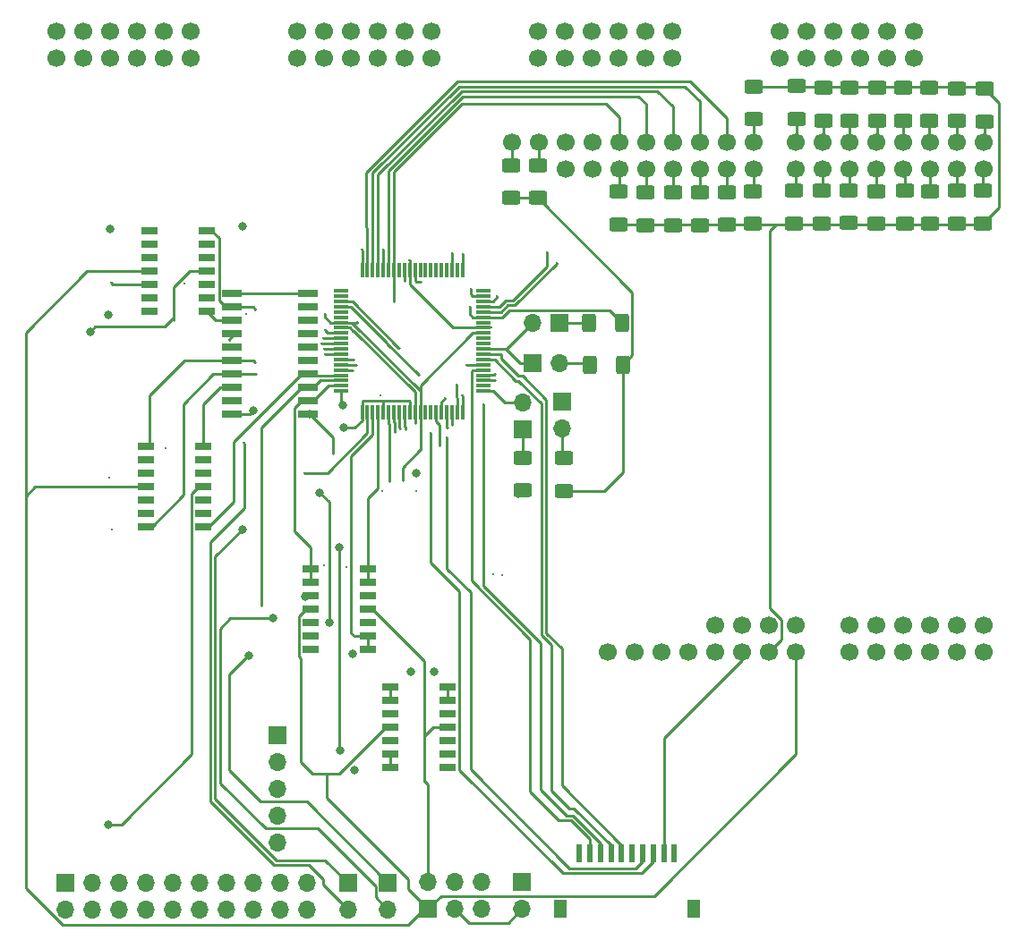
<source format=gbr>
%TF.GenerationSoftware,KiCad,Pcbnew,(6.0.7)*%
%TF.CreationDate,2023-05-12T14:40:02+05:30*%
%TF.ProjectId,DSP_board,4453505f-626f-4617-9264-2e6b69636164,rev?*%
%TF.SameCoordinates,Original*%
%TF.FileFunction,Copper,L1,Top*%
%TF.FilePolarity,Positive*%
%FSLAX46Y46*%
G04 Gerber Fmt 4.6, Leading zero omitted, Abs format (unit mm)*
G04 Created by KiCad (PCBNEW (6.0.7)) date 2023-05-12 14:40:02*
%MOMM*%
%LPD*%
G01*
G04 APERTURE LIST*
G04 Aperture macros list*
%AMRoundRect*
0 Rectangle with rounded corners*
0 $1 Rounding radius*
0 $2 $3 $4 $5 $6 $7 $8 $9 X,Y pos of 4 corners*
0 Add a 4 corners polygon primitive as box body*
4,1,4,$2,$3,$4,$5,$6,$7,$8,$9,$2,$3,0*
0 Add four circle primitives for the rounded corners*
1,1,$1+$1,$2,$3*
1,1,$1+$1,$4,$5*
1,1,$1+$1,$6,$7*
1,1,$1+$1,$8,$9*
0 Add four rect primitives between the rounded corners*
20,1,$1+$1,$2,$3,$4,$5,0*
20,1,$1+$1,$4,$5,$6,$7,0*
20,1,$1+$1,$6,$7,$8,$9,0*
20,1,$1+$1,$8,$9,$2,$3,0*%
G04 Aperture macros list end*
%TA.AperFunction,SMDPad,CuDef*%
%ADD10RoundRect,0.250000X0.625000X-0.400000X0.625000X0.400000X-0.625000X0.400000X-0.625000X-0.400000X0*%
%TD*%
%TA.AperFunction,ComponentPad*%
%ADD11R,1.700000X1.700000*%
%TD*%
%TA.AperFunction,ComponentPad*%
%ADD12O,1.700000X1.700000*%
%TD*%
%TA.AperFunction,SMDPad,CuDef*%
%ADD13R,1.475000X0.300000*%
%TD*%
%TA.AperFunction,SMDPad,CuDef*%
%ADD14R,0.300000X1.475000*%
%TD*%
%TA.AperFunction,SMDPad,CuDef*%
%ADD15RoundRect,0.250000X-0.625000X0.400000X-0.625000X-0.400000X0.625000X-0.400000X0.625000X0.400000X0*%
%TD*%
%TA.AperFunction,SMDPad,CuDef*%
%ADD16R,1.525000X0.650000*%
%TD*%
%TA.AperFunction,ComponentPad*%
%ADD17C,1.700000*%
%TD*%
%TA.AperFunction,SMDPad,CuDef*%
%ADD18R,1.825000X0.700000*%
%TD*%
%TA.AperFunction,SMDPad,CuDef*%
%ADD19RoundRect,0.250000X-0.400000X-0.625000X0.400000X-0.625000X0.400000X0.625000X-0.400000X0.625000X0*%
%TD*%
%TA.AperFunction,SMDPad,CuDef*%
%ADD20R,0.600000X1.700000*%
%TD*%
%TA.AperFunction,SMDPad,CuDef*%
%ADD21R,1.200000X1.800000*%
%TD*%
%TA.AperFunction,ViaPad*%
%ADD22C,0.300000*%
%TD*%
%TA.AperFunction,ViaPad*%
%ADD23C,0.800000*%
%TD*%
%TA.AperFunction,Conductor*%
%ADD24C,0.250000*%
%TD*%
G04 APERTURE END LIST*
D10*
%TO.P,R20,1*%
%TO.N,/controller_sheet/pwm_daba2*%
X174290000Y-68490000D03*
%TO.P,R20,2*%
%TO.N,ctrl_gnd*%
X174290000Y-65390000D03*
%TD*%
D11*
%TO.P,JVSI1,1,Pin_1*%
%TO.N,Igrid3*%
X100120000Y-140610000D03*
D12*
%TO.P,JVSI1,2,Pin_2*%
%TO.N,Vgrid3*%
X100120000Y-143150000D03*
%TO.P,JVSI1,3,Pin_3*%
%TO.N,Igrid2*%
X102660000Y-140610000D03*
%TO.P,JVSI1,4,Pin_4*%
%TO.N,Vgrid2*%
X102660000Y-143150000D03*
%TO.P,JVSI1,5,Pin_5*%
%TO.N,Igrid1*%
X105200000Y-140610000D03*
%TO.P,JVSI1,6,Pin_6*%
%TO.N,Vgrid1*%
X105200000Y-143150000D03*
%TO.P,JVSI1,7,Pin_7*%
%TO.N,OCD_grid1*%
X107740000Y-140610000D03*
%TO.P,JVSI1,8,Pin_8*%
%TO.N,OCD_grd2*%
X107740000Y-143150000D03*
%TO.P,JVSI1,9,Pin_9*%
%TO.N,OCD_grid3*%
X110280000Y-140610000D03*
%TO.P,JVSI1,10,Pin_10*%
%TO.N,ctrl_gnd*%
X110280000Y-143150000D03*
%TO.P,JVSI1,11,Pin_11*%
%TO.N,vsi_ready*%
X112820000Y-140610000D03*
%TO.P,JVSI1,12,Pin_12*%
%TO.N,vsi_fault*%
X112820000Y-143150000D03*
%TO.P,JVSI1,13,Pin_13*%
%TO.N,VSI32*%
X115360000Y-140610000D03*
%TO.P,JVSI1,14,Pin_14*%
%TO.N,VSI31*%
X115360000Y-143150000D03*
%TO.P,JVSI1,15,Pin_15*%
%TO.N,VSI22*%
X117900000Y-140610000D03*
%TO.P,JVSI1,16,Pin_16*%
%TO.N,VSI21*%
X117900000Y-143150000D03*
%TO.P,JVSI1,17,Pin_17*%
%TO.N,VSI12*%
X120440000Y-140610000D03*
%TO.P,JVSI1,18,Pin_18*%
%TO.N,VSI11*%
X120440000Y-143150000D03*
%TO.P,JVSI1,19,Pin_19*%
%TO.N,SCL*%
X122980000Y-140610000D03*
%TO.P,JVSI1,20,Pin_20*%
%TO.N,SDA*%
X122980000Y-143150000D03*
%TD*%
D11*
%TO.P,J1,1,Pin_1*%
%TO.N,Net-(IC5-Pad41)*%
X147130000Y-95130000D03*
D12*
%TO.P,J1,2,Pin_2*%
%TO.N,Net-(J1-Pad2)*%
X147130000Y-97670000D03*
%TD*%
D10*
%TO.P,R12,1*%
%TO.N,/controller_sheet/pwm_dabb1*%
X184450000Y-68550000D03*
%TO.P,R12,2*%
%TO.N,ctrl_gnd*%
X184450000Y-65450000D03*
%TD*%
D11*
%TO.P,J3,1,Pin_1*%
%TO.N,Net-(IC5-Pad49)*%
X144305000Y-91440000D03*
D12*
%TO.P,J3,2,Pin_2*%
%TO.N,Net-(J3-Pad2)*%
X146845000Y-91440000D03*
%TD*%
D13*
%TO.P,IC5,1,GPIO30*%
%TO.N,unconnected-(IC5-Pad1)*%
X126232000Y-84609500D03*
%TO.P,IC5,2,GPIO31*%
%TO.N,unconnected-(IC5-Pad2)*%
X126232000Y-85109500D03*
%TO.P,IC5,3,GPIO29*%
%TO.N,SCITX*%
X126232000Y-85609500D03*
%TO.P,IC5,4,GPIO28*%
%TO.N,SCiRX*%
X126232000Y-86109500D03*
%TO.P,IC5,5,XRSN*%
%TO.N,unconnected-(IC5-Pad5)*%
X126232000Y-86609500D03*
%TO.P,IC5,6,GPIO46*%
%TO.N,unconnected-(IC5-Pad6)*%
X126232000Y-87109500D03*
%TO.P,IC5,7,VDDIO_1*%
%TO.N,VDDIO*%
X126232000Y-87609500D03*
%TO.P,IC5,8,VDD_1*%
%TO.N,VDD*%
X126232000Y-88109500D03*
%TO.P,IC5,9,VSS_1*%
%TO.N,ctrl_gnd*%
X126232000Y-88609500D03*
%TO.P,IC5,10,A6*%
%TO.N,Igrid2_sense*%
X126232000Y-89109500D03*
%TO.P,IC5,11,C6*%
%TO.N,Vgrid2_sense*%
X126232000Y-89609500D03*
%TO.P,IC5,12,A3C5*%
%TO.N,Igrid3_sense*%
X126232000Y-90109500D03*
%TO.P,IC5,13,A2C9*%
%TO.N,Vgrid3_sense*%
X126232000Y-90609500D03*
%TO.P,IC5,14,A15C7*%
%TO.N,Igrid1_sense*%
X126232000Y-91109500D03*
%TO.P,IC5,15,A14C4*%
%TO.N,Vgrid1_sense*%
X126232000Y-91609500D03*
%TO.P,IC5,16,A11C0*%
%TO.N,I_leackage*%
X126232000Y-92109500D03*
%TO.P,IC5,17,A5C2*%
%TO.N,Vdc_link*%
X126232000Y-92609500D03*
%TO.P,IC5,18,A1*%
%TO.N,batt_curr_sense*%
X126232000Y-93109500D03*
%TO.P,IC5,19,A0C15*%
%TO.N,batt_V_sense*%
X126232000Y-93609500D03*
%TO.P,IC5,20,VREFHI*%
%TO.N,Net-(C19-Pad1)*%
X126232000Y-94109500D03*
D14*
%TO.P,IC5,21,VREFLO*%
%TO.N,ctrl_gnd*%
X128220000Y-96097500D03*
%TO.P,IC5,22,A12C1*%
%TO.N,offset_v*%
X128720000Y-96097500D03*
%TO.P,IC5,23,A7C3*%
%TO.N,ADC1*%
X129220000Y-96097500D03*
%TO.P,IC5,24,A8C11*%
%TO.N,ADC2*%
X129720000Y-96097500D03*
%TO.P,IC5,25,VSSA*%
%TO.N,ctrl_gnd*%
X130220000Y-96097500D03*
%TO.P,IC5,26,VDDA*%
%TO.N,VDDA*%
X130720000Y-96097500D03*
%TO.P,IC5,27,A4C14*%
%TO.N,ADC3*%
X131220000Y-96097500D03*
%TO.P,IC5,28,A9C8*%
%TO.N,ADC4*%
X131720000Y-96097500D03*
%TO.P,IC5,29,A10C10*%
%TO.N,ADC5*%
X132220000Y-96097500D03*
%TO.P,IC5,30,VSS_2*%
%TO.N,ctrl_gnd*%
X132720000Y-96097500D03*
%TO.P,IC5,31,VDD_2*%
%TO.N,VDD*%
X133220000Y-96097500D03*
%TO.P,IC5,32,VDDIO_2*%
%TO.N,VDDIO*%
X133720000Y-96097500D03*
%TO.P,IC5,33,FLT2*%
%TO.N,unconnected-(IC5-Pad33)*%
X134220000Y-96097500D03*
%TO.P,IC5,34,FLT1*%
%TO.N,unconnected-(IC5-Pad34)*%
X134720000Y-96097500D03*
%TO.P,IC5,35,GPIO13*%
%TO.N,dc_ready*%
X135220000Y-96097500D03*
%TO.P,IC5,36,GPIO12*%
%TO.N,/controller_sheet/pwm_dabb2*%
X135720000Y-96097500D03*
%TO.P,IC5,37,GPIO11*%
%TO.N,dc_fault*%
X136220000Y-96097500D03*
%TO.P,IC5,38,GPIO33*%
%TO.N,OCD_leakage*%
X136720000Y-96097500D03*
%TO.P,IC5,39,GPIO16*%
%TO.N,batt_fault*%
X137220000Y-96097500D03*
%TO.P,IC5,40,GPIO17*%
%TO.N,batt_ready*%
X137720000Y-96097500D03*
D13*
%TO.P,IC5,41,GPIO24*%
%TO.N,Net-(IC5-Pad41)*%
X139708000Y-94109500D03*
%TO.P,IC5,42,GPIO25*%
%TO.N,unconnected-(IC5-Pad42)*%
X139708000Y-93609500D03*
%TO.P,IC5,43,GPIO26*%
%TO.N,SDA*%
X139708000Y-93109500D03*
%TO.P,IC5,44,GPIO27*%
%TO.N,SCL*%
X139708000Y-92609500D03*
%TO.P,IC5,45,TCK*%
%TO.N,TCK*%
X139708000Y-92109500D03*
%TO.P,IC5,46,GPIO37/TDO*%
%TO.N,TDO*%
X139708000Y-91609500D03*
%TO.P,IC5,47,TMS*%
%TO.N,TMS*%
X139708000Y-91109500D03*
%TO.P,IC5,48,GPIO35/TDI*%
%TO.N,TDI*%
X139708000Y-90609500D03*
%TO.P,IC5,49,GPIO32*%
%TO.N,Net-(IC5-Pad49)*%
X139708000Y-90109500D03*
%TO.P,IC5,50,GPIO18X2*%
%TO.N,unconnected-(IC5-Pad50)*%
X139708000Y-89609500D03*
%TO.P,IC5,51,GPIO19X1*%
%TO.N,unconnected-(IC5-Pad51)*%
X139708000Y-89109500D03*
%TO.P,IC5,52,VDDIO_3*%
%TO.N,VDDIO*%
X139708000Y-88609500D03*
%TO.P,IC5,53,VDD_3*%
%TO.N,VDD*%
X139708000Y-88109500D03*
%TO.P,IC5,54,GPIO43*%
%TO.N,unconnected-(IC5-Pad54)*%
X139708000Y-87609500D03*
%TO.P,IC5,55,VSS_3*%
%TO.N,ctrl_gnd*%
X139708000Y-87109500D03*
%TO.P,IC5,56,GPIO39*%
%TO.N,/controller_sheet/en_vsi*%
X139708000Y-86609500D03*
%TO.P,IC5,57,GPIO42*%
%TO.N,/controller_sheet/en_dab*%
X139708000Y-86109500D03*
%TO.P,IC5,58,GPIO8*%
%TO.N,/controller_sheet/pwm_daba2*%
X139708000Y-85609500D03*
%TO.P,IC5,59,GPIO4*%
%TO.N,/controller_sheet/pwmVSI3*%
X139708000Y-85109500D03*
%TO.P,IC5,60,GPIO3*%
%TO.N,unconnected-(IC5-Pad60)*%
X139708000Y-84609500D03*
D14*
%TO.P,IC5,61,GPIO2*%
%TO.N,/controller_sheet/pwmVSI2*%
X137720000Y-82621500D03*
%TO.P,IC5,62,GPIO1*%
%TO.N,unconnected-(IC5-Pad62)*%
X137220000Y-82621500D03*
%TO.P,IC5,63,GPIO0*%
%TO.N,/controller_sheet/pwmVSI1*%
X136720000Y-82621500D03*
%TO.P,IC5,64,GPIO40*%
%TO.N,unconnected-(IC5-Pad64)*%
X136220000Y-82621500D03*
%TO.P,IC5,65,GPIO23*%
%TO.N,unconnected-(IC5-Pad65)*%
X135720000Y-82621500D03*
%TO.P,IC5,66,GPIO41*%
%TO.N,unconnected-(IC5-Pad66)*%
X135220000Y-82621500D03*
%TO.P,IC5,67,GPIO22*%
%TO.N,unconnected-(IC5-Pad67)*%
X134720000Y-82621500D03*
%TO.P,IC5,68,GPIO7*%
%TO.N,unconnected-(IC5-Pad68)*%
X134220000Y-82621500D03*
%TO.P,IC5,69,GPIO44*%
%TO.N,unconnected-(IC5-Pad69)*%
X133720000Y-82621500D03*
%TO.P,IC5,70,VSS_4*%
%TO.N,ctrl_gnd*%
X133220000Y-82621500D03*
%TO.P,IC5,71,VDD_4*%
%TO.N,VDD*%
X132720000Y-82621500D03*
%TO.P,IC5,72,VDDIO_4*%
%TO.N,VDDIO*%
X132220000Y-82621500D03*
%TO.P,IC5,73,GPIO45*%
%TO.N,unconnected-(IC5-Pad73)*%
X131720000Y-82621500D03*
%TO.P,IC5,74,GPIO5*%
%TO.N,vsi_ready*%
X131220000Y-82621500D03*
%TO.P,IC5,75,GPIO9*%
%TO.N,vsi_fault*%
X130720000Y-82621500D03*
%TO.P,IC5,76,GPIO10*%
%TO.N,/controller_sheet/pwm_dabb1*%
X130220000Y-82621500D03*
%TO.P,IC5,77,GPIO34*%
%TO.N,OCD_grid3*%
X129720000Y-82621500D03*
%TO.P,IC5,78,GPIO15*%
%TO.N,OCD_grd2*%
X129220000Y-82621500D03*
%TO.P,IC5,79,GPIO14*%
%TO.N,OCD_grid1*%
X128720000Y-82621500D03*
%TO.P,IC5,80,GPIO6*%
%TO.N,/controller_sheet/pwm_daba1*%
X128220000Y-82621500D03*
%TD*%
D11*
%TO.P,J9,1,Pin_1*%
%TO.N,Analog_in1*%
X120180000Y-126700000D03*
D12*
%TO.P,J9,2,Pin_2*%
%TO.N,Analog_in2*%
X120180000Y-129240000D03*
%TO.P,J9,3,Pin_3*%
%TO.N,Analog_in3*%
X120180000Y-131780000D03*
%TO.P,J9,4,Pin_4*%
%TO.N,Analog_in4*%
X120180000Y-134320000D03*
%TO.P,J9,5,Pin_5*%
%TO.N,Analog_in5*%
X120180000Y-136860000D03*
%TD*%
D15*
%TO.P,R37,1*%
%TO.N,Net-(J1-Pad2)*%
X147290000Y-100430000D03*
%TO.P,R37,2*%
%TO.N,ctrl_3v3*%
X147290000Y-103530000D03*
%TD*%
D16*
%TO.P,IC_dc_link_leakage1,1,1OUT*%
%TO.N,Igrid1_sense*%
X107798000Y-99350000D03*
%TO.P,IC_dc_link_leakage1,2,1IN-*%
%TO.N,Net-(C14-Pad2)*%
X107798000Y-100620000D03*
%TO.P,IC_dc_link_leakage1,3,1IN+*%
%TO.N,Net-(C6-Pad1)*%
X107798000Y-101890000D03*
%TO.P,IC_dc_link_leakage1,4,VCC*%
%TO.N,ctrl_15*%
X107798000Y-103160000D03*
%TO.P,IC_dc_link_leakage1,5,2IN+*%
%TO.N,Net-(C5-Pad1)*%
X107798000Y-104430000D03*
%TO.P,IC_dc_link_leakage1,6,2IN-*%
%TO.N,Net-(C13-Pad2)*%
X107798000Y-105700000D03*
%TO.P,IC_dc_link_leakage1,7,2OUT*%
%TO.N,Vgrid1_sense*%
X107798000Y-106970000D03*
%TO.P,IC_dc_link_leakage1,8,3OUT*%
%TO.N,Vdc_link*%
X113222000Y-106970000D03*
%TO.P,IC_dc_link_leakage1,9,3IN-*%
%TO.N,Net-(C20-Pad1)*%
X113222000Y-105700000D03*
%TO.P,IC_dc_link_leakage1,10,3IN+*%
%TO.N,Net-(C24-Pad1)*%
X113222000Y-104430000D03*
%TO.P,IC_dc_link_leakage1,11,GND*%
%TO.N,ctrl_-15*%
X113222000Y-103160000D03*
%TO.P,IC_dc_link_leakage1,12,4IN+*%
%TO.N,Net-(C25-Pad1)*%
X113222000Y-101890000D03*
%TO.P,IC_dc_link_leakage1,13,4IN-*%
%TO.N,Net-(C22-Pad2)*%
X113222000Y-100620000D03*
%TO.P,IC_dc_link_leakage1,14,4OUT*%
%TO.N,I_leackage*%
X113222000Y-99350000D03*
%TD*%
D11*
%TO.P,J2,1,Pin_1*%
%TO.N,Net-(J2-Pad1)*%
X143380000Y-97705000D03*
D12*
%TO.P,J2,2,Pin_2*%
%TO.N,Net-(IC5-Pad41)*%
X143380000Y-95165000D03*
%TD*%
D17*
%TO.P,B1,1*%
%TO.N,unconnected-(B1-Pad1)*%
X151465000Y-118800000D03*
%TO.P,B1,2,IOREF*%
%TO.N,unconnected-(B1-Pad2)*%
X154005000Y-118800000D03*
%TO.P,B1,3,RST*%
%TO.N,unconnected-(B1-Pad3)*%
X156545000Y-118800000D03*
%TO.P,B1,4,3V3*%
%TO.N,FPGA_3v3*%
X159085000Y-118800000D03*
%TO.P,B1,5,5V0*%
%TO.N,unconnected-(B1-Pad5)*%
X161625000Y-118800000D03*
%TO.P,B1,6,GND*%
%TO.N,ctrl_gnd*%
X164165000Y-118800000D03*
%TO.P,B1,7,GND*%
X166705000Y-118800000D03*
%TO.P,B1,8,VIN*%
%TO.N,ctrl_15*%
X169245000Y-118800000D03*
%TO.P,B1,10,V_P*%
%TO.N,unconnected-(B1-Pad10)*%
X161625000Y-116260000D03*
%TO.P,B1,11,V_N*%
%TO.N,unconnected-(B1-Pad11)*%
X164165000Y-116260000D03*
%TO.P,B1,12,XGND*%
%TO.N,unconnected-(B1-Pad12)*%
X166705000Y-116260000D03*
%TO.P,B1,13,XVREF*%
%TO.N,unconnected-(B1-Pad13)*%
X169245000Y-116260000D03*
%TO.P,B1,14,A0*%
%TO.N,dc_ready*%
X174325000Y-118800000D03*
%TO.P,B1,15,A1*%
%TO.N,dc_fault*%
X176865000Y-118800000D03*
%TO.P,B1,16,A2*%
%TO.N,OCD_leakage*%
X179405000Y-118800000D03*
%TO.P,B1,17,A3*%
%TO.N,unconnected-(B1-Pad17)*%
X181945000Y-118800000D03*
%TO.P,B1,18,A4*%
%TO.N,unconnected-(B1-Pad18)*%
X184485000Y-118800000D03*
%TO.P,B1,19,A5*%
%TO.N,unconnected-(B1-Pad19)*%
X187025000Y-118800000D03*
%TO.P,B1,20,A6*%
%TO.N,unconnected-(B1-Pad20)*%
X174325000Y-116260000D03*
%TO.P,B1,21,A7*%
%TO.N,unconnected-(B1-Pad21)*%
X176865000Y-116260000D03*
%TO.P,B1,22,A8*%
%TO.N,unconnected-(B1-Pad22)*%
X179405000Y-116260000D03*
%TO.P,B1,23,A9*%
%TO.N,unconnected-(B1-Pad23)*%
X181945000Y-116260000D03*
%TO.P,B1,24,A10*%
%TO.N,unconnected-(B1-Pad24)*%
X184485000Y-116260000D03*
%TO.P,B1,25,A11*%
%TO.N,unconnected-(B1-Pad25)*%
X187025000Y-116260000D03*
%TO.P,B1,26,IO41*%
%TO.N,batt_ready*%
X147435000Y-73060000D03*
%TO.P,B1,27,IO40*%
%TO.N,batt_fault*%
X149975000Y-73060000D03*
%TO.P,B1,28,IO39*%
%TO.N,DAB2_PWM22*%
X152515000Y-73060000D03*
%TO.P,B1,29,IO38*%
%TO.N,DAB2_PWM21*%
X155055000Y-73060000D03*
%TO.P,B1,30,IO37*%
%TO.N,DAB2_PWM12*%
X157595000Y-73060000D03*
%TO.P,B1,31,IO36*%
%TO.N,DAB2_PWM11*%
X160135000Y-73060000D03*
%TO.P,B1,32,IO35*%
%TO.N,DAB1PWM22*%
X162675000Y-73060000D03*
%TO.P,B1,33,IO34*%
%TO.N,DAB1PWM21*%
X165215000Y-73060000D03*
%TO.P,B1,34,IO33*%
%TO.N,DAB1PWM12*%
X169245000Y-73060000D03*
%TO.P,B1,35,IO32*%
%TO.N,DAB1PWM11*%
X171785000Y-73060000D03*
%TO.P,B1,36,IO31*%
%TO.N,VSI32*%
X174325000Y-73060000D03*
%TO.P,B1,37,IO30*%
%TO.N,VSI31*%
X176865000Y-73060000D03*
%TO.P,B1,38,IO29*%
%TO.N,VSI22*%
X179405000Y-73060000D03*
%TO.P,B1,39,IO28*%
%TO.N,VSI21*%
X181945000Y-73060000D03*
%TO.P,B1,40,IO27*%
%TO.N,VSI12*%
X184485000Y-73060000D03*
%TO.P,B1,41,IO28*%
%TO.N,VSI11*%
X187025000Y-73080000D03*
%TO.P,B1,42,SCL*%
%TO.N,SCL*%
X142355000Y-70520000D03*
%TO.P,B1,43,SDA*%
%TO.N,SDA*%
X144895000Y-70520000D03*
%TO.P,B1,44,A*%
%TO.N,unconnected-(B1-Pad44)*%
X147435000Y-70520000D03*
%TO.P,B1,45,G*%
%TO.N,unconnected-(B1-Pad45)*%
X149975000Y-70520000D03*
%TO.P,B1,46,IO13*%
%TO.N,vsi_ready*%
X152515000Y-70520000D03*
%TO.P,B1,47,IO12*%
%TO.N,vsi_fault*%
X155055000Y-70520000D03*
%TO.P,B1,48,IO11*%
%TO.N,OCD_grid3*%
X157595000Y-70520000D03*
%TO.P,B1,49,IO10*%
%TO.N,OCD_grd2*%
X160135000Y-70520000D03*
%TO.P,B1,50,IO9*%
%TO.N,OCD_grid1*%
X162675000Y-70520000D03*
%TO.P,B1,51,IO8*%
%TO.N,/controller_sheet/en_dab*%
X165215000Y-70520000D03*
%TO.P,B1,52,IO7*%
%TO.N,/controller_sheet/en_vsi*%
X169245000Y-70520000D03*
%TO.P,B1,53,IO6*%
%TO.N,/controller_sheet/pwm_dabb2*%
X171785000Y-70520000D03*
%TO.P,B1,54,IO5*%
%TO.N,/controller_sheet/pwm_daba2*%
X174325000Y-70520000D03*
%TO.P,B1,55,IO4*%
%TO.N,/controller_sheet/pwmVSI3*%
X176865000Y-70520000D03*
%TO.P,B1,56,IO3*%
%TO.N,/controller_sheet/pwmVSI2*%
X179405000Y-70520000D03*
%TO.P,B1,57,IO2*%
%TO.N,/controller_sheet/pwmVSI1*%
X181945000Y-70520000D03*
%TO.P,B1,58,IO1*%
%TO.N,/controller_sheet/pwm_dabb1*%
X184485000Y-70520000D03*
%TO.P,B1,59,IO0*%
%TO.N,/controller_sheet/pwm_daba1*%
X187025000Y-70540000D03*
%TO.P,B1,60,JA1*%
%TO.N,unconnected-(B1-Pad60)*%
X99275000Y-62580000D03*
%TO.P,B1,61,JA2*%
%TO.N,unconnected-(B1-Pad61)*%
X101815000Y-62580000D03*
%TO.P,B1,62,JA3*%
%TO.N,unconnected-(B1-Pad62)*%
X104355000Y-62580000D03*
%TO.P,B1,63,JA4*%
%TO.N,unconnected-(B1-Pad63)*%
X106895000Y-62580000D03*
%TO.P,B1,64,JA5*%
%TO.N,unconnected-(B1-Pad64)*%
X109435000Y-62580000D03*
%TO.P,B1,65,JA6*%
%TO.N,unconnected-(B1-Pad65)*%
X111975000Y-62580000D03*
%TO.P,B1,66,JA7*%
%TO.N,unconnected-(B1-Pad66)*%
X99275000Y-60040000D03*
%TO.P,B1,67,JA8*%
%TO.N,unconnected-(B1-Pad67)*%
X101815000Y-60040000D03*
%TO.P,B1,68,JA9*%
%TO.N,unconnected-(B1-Pad68)*%
X104355000Y-60040000D03*
%TO.P,B1,69,JA10*%
%TO.N,unconnected-(B1-Pad69)*%
X106895000Y-60040000D03*
%TO.P,B1,70,JA11*%
%TO.N,unconnected-(B1-Pad70)*%
X109435000Y-60040000D03*
%TO.P,B1,71,JA12*%
%TO.N,unconnected-(B1-Pad71)*%
X111975000Y-60040000D03*
%TO.P,B1,72,JB1*%
%TO.N,unconnected-(B1-Pad72)*%
X122075000Y-62580000D03*
%TO.P,B1,73,JB2*%
%TO.N,unconnected-(B1-Pad73)*%
X124615000Y-62580000D03*
%TO.P,B1,74,JB3*%
%TO.N,unconnected-(B1-Pad74)*%
X127155000Y-62580000D03*
%TO.P,B1,75,JB4*%
%TO.N,unconnected-(B1-Pad75)*%
X129695000Y-62580000D03*
%TO.P,B1,76,JB5*%
%TO.N,unconnected-(B1-Pad76)*%
X132235000Y-62580000D03*
%TO.P,B1,77,JB6*%
%TO.N,unconnected-(B1-Pad77)*%
X134775000Y-62580000D03*
%TO.P,B1,78,JB7*%
%TO.N,unconnected-(B1-Pad78)*%
X122075000Y-60040000D03*
%TO.P,B1,79,JB8*%
%TO.N,unconnected-(B1-Pad79)*%
X124615000Y-60040000D03*
%TO.P,B1,80,JB9*%
%TO.N,unconnected-(B1-Pad80)*%
X127155000Y-60040000D03*
%TO.P,B1,81,JB10*%
%TO.N,unconnected-(B1-Pad81)*%
X129695000Y-60040000D03*
%TO.P,B1,82,JB11*%
%TO.N,unconnected-(B1-Pad82)*%
X132235000Y-60040000D03*
%TO.P,B1,83,JB12*%
%TO.N,unconnected-(B1-Pad83)*%
X134775000Y-60040000D03*
%TO.P,B1,84,JC1*%
%TO.N,unconnected-(B1-Pad84)*%
X144875000Y-62580000D03*
%TO.P,B1,85,JC2*%
%TO.N,unconnected-(B1-Pad85)*%
X147415000Y-62580000D03*
%TO.P,B1,86,JC3*%
%TO.N,unconnected-(B1-Pad86)*%
X149955000Y-62580000D03*
%TO.P,B1,87,JC4*%
%TO.N,unconnected-(B1-Pad87)*%
X152495000Y-62580000D03*
%TO.P,B1,88,JC5*%
%TO.N,unconnected-(B1-Pad88)*%
X155035000Y-62580000D03*
%TO.P,B1,89,JC6*%
%TO.N,unconnected-(B1-Pad89)*%
X157575000Y-62580000D03*
%TO.P,B1,90,JC7*%
%TO.N,unconnected-(B1-Pad90)*%
X144875000Y-60040000D03*
%TO.P,B1,91,JC8*%
%TO.N,unconnected-(B1-Pad91)*%
X147415000Y-60040000D03*
%TO.P,B1,92,JC10*%
%TO.N,unconnected-(B1-Pad92)*%
X149955000Y-60040000D03*
%TO.P,B1,93,JC10*%
%TO.N,unconnected-(B1-Pad93)*%
X152495000Y-60040000D03*
%TO.P,B1,94,JC11*%
%TO.N,unconnected-(B1-Pad94)*%
X155035000Y-60040000D03*
%TO.P,B1,95,JC12*%
%TO.N,unconnected-(B1-Pad95)*%
X157575000Y-60040000D03*
%TO.P,B1,96,JD1*%
%TO.N,unconnected-(B1-Pad96)*%
X167675000Y-62580000D03*
%TO.P,B1,97,JD2*%
%TO.N,unconnected-(B1-Pad97)*%
X170215000Y-62580000D03*
%TO.P,B1,98,JD3*%
%TO.N,unconnected-(B1-Pad98)*%
X172755000Y-62580000D03*
%TO.P,B1,99,JD4*%
%TO.N,unconnected-(B1-Pad99)*%
X175295000Y-62580000D03*
%TO.P,B1,100,JD5*%
%TO.N,unconnected-(B1-Pad100)*%
X177835000Y-62580000D03*
%TO.P,B1,101,JD6*%
%TO.N,unconnected-(B1-Pad101)*%
X180375000Y-62580000D03*
%TO.P,B1,102,JD7*%
%TO.N,unconnected-(B1-Pad102)*%
X167675000Y-60040000D03*
%TO.P,B1,103,JD8*%
%TO.N,unconnected-(B1-Pad103)*%
X170215000Y-60040000D03*
%TO.P,B1,104,JD9*%
%TO.N,unconnected-(B1-Pad104)*%
X172755000Y-60040000D03*
%TO.P,B1,105,JD10*%
%TO.N,unconnected-(B1-Pad105)*%
X175295000Y-60040000D03*
%TO.P,B1,106,JD11*%
%TO.N,unconnected-(B1-Pad106)*%
X177835000Y-60040000D03*
%TO.P,B1,107,JD12*%
%TO.N,unconnected-(B1-Pad107)*%
X180375000Y-60040000D03*
%TD*%
D16*
%TO.P,IC_batt_2,1,1OUT*%
%TO.N,ADC3*%
X130908000Y-122090000D03*
%TO.P,IC_batt_2,2,1IN-*%
X130908000Y-123360000D03*
%TO.P,IC_batt_2,3,1IN+*%
%TO.N,Net-(C8-Pad1)*%
X130908000Y-124630000D03*
%TO.P,IC_batt_2,4,VCC*%
%TO.N,ctrl_15*%
X130908000Y-125900000D03*
%TO.P,IC_batt_2,5,2IN+*%
%TO.N,Net-(C10-Pad1)*%
X130908000Y-127170000D03*
%TO.P,IC_batt_2,6,2IN-*%
%TO.N,ADC4*%
X130908000Y-128440000D03*
%TO.P,IC_batt_2,7,2OUT*%
X130908000Y-129710000D03*
%TO.P,IC_batt_2,8,3OUT*%
%TO.N,unconnected-(IC_batt_2-Pad8)*%
X136332000Y-129710000D03*
%TO.P,IC_batt_2,9,3IN-*%
%TO.N,unconnected-(IC_batt_2-Pad9)*%
X136332000Y-128440000D03*
%TO.P,IC_batt_2,10,3IN+*%
%TO.N,unconnected-(IC_batt_2-Pad10)*%
X136332000Y-127170000D03*
%TO.P,IC_batt_2,11,GND*%
%TO.N,ctrl_-15*%
X136332000Y-125900000D03*
%TO.P,IC_batt_2,12,4IN+*%
%TO.N,Net-(C23-Pad1)*%
X136332000Y-124630000D03*
%TO.P,IC_batt_2,13,4IN-*%
%TO.N,ADC5*%
X136332000Y-123360000D03*
%TO.P,IC_batt_2,14,4OUT*%
X136332000Y-122090000D03*
%TD*%
D11*
%TO.P,J8,1,Pin_1*%
%TO.N,V_dc_link*%
X126905000Y-140670000D03*
D12*
%TO.P,J8,2,Pin_2*%
%TO.N,curr_leakeage_i*%
X126905000Y-143210000D03*
%TD*%
D15*
%TO.P,R46,1*%
%TO.N,DAB2_PWM12*%
X157600000Y-75300000D03*
%TO.P,R46,2*%
%TO.N,ctrl_gnd*%
X157600000Y-78400000D03*
%TD*%
%TO.P,R30,1*%
%TO.N,VSI11*%
X186940000Y-75150000D03*
%TO.P,R30,2*%
%TO.N,ctrl_gnd*%
X186940000Y-78250000D03*
%TD*%
%TO.P,R48,1*%
%TO.N,DAB2_PWM22*%
X152480000Y-75230000D03*
%TO.P,R48,2*%
%TO.N,ctrl_gnd*%
X152480000Y-78330000D03*
%TD*%
%TO.P,R52,1*%
%TO.N,DAB1PWM22*%
X162680000Y-75260000D03*
%TO.P,R52,2*%
%TO.N,ctrl_gnd*%
X162680000Y-78360000D03*
%TD*%
%TO.P,R45,1*%
%TO.N,DAB2_PWM11*%
X160160000Y-75290000D03*
%TO.P,R45,2*%
%TO.N,ctrl_gnd*%
X160160000Y-78390000D03*
%TD*%
%TO.P,R31,1*%
%TO.N,VSI12*%
X184460000Y-75160000D03*
%TO.P,R31,2*%
%TO.N,ctrl_gnd*%
X184460000Y-78260000D03*
%TD*%
%TO.P,R42,1*%
%TO.N,VSI22*%
X179540000Y-75160000D03*
%TO.P,R42,2*%
%TO.N,ctrl_gnd*%
X179540000Y-78260000D03*
%TD*%
%TO.P,R49,1*%
%TO.N,DAB1PWM11*%
X171670000Y-75120000D03*
%TO.P,R49,2*%
%TO.N,ctrl_gnd*%
X171670000Y-78220000D03*
%TD*%
D10*
%TO.P,R17,1*%
%TO.N,/controller_sheet/pwmVSI2*%
X179430000Y-68510000D03*
%TO.P,R17,2*%
%TO.N,ctrl_gnd*%
X179430000Y-65410000D03*
%TD*%
D11*
%TO.P,J4,1,Pin_1*%
%TO.N,Net-(J4-Pad1)*%
X146855000Y-87690000D03*
D12*
%TO.P,J4,2,Pin_2*%
%TO.N,Net-(IC5-Pad49)*%
X144315000Y-87690000D03*
%TD*%
D15*
%TO.P,R34,1*%
%TO.N,VSI21*%
X181950000Y-75180000D03*
%TO.P,R34,2*%
%TO.N,ctrl_gnd*%
X181950000Y-78280000D03*
%TD*%
D10*
%TO.P,R11,1*%
%TO.N,/controller_sheet/pwm_daba1*%
X187070000Y-68570000D03*
%TO.P,R11,2*%
%TO.N,ctrl_gnd*%
X187070000Y-65470000D03*
%TD*%
D15*
%TO.P,R27,1*%
%TO.N,ctrl_gnd*%
X165240000Y-65270000D03*
%TO.P,R27,2*%
%TO.N,/controller_sheet/en_dab*%
X165240000Y-68370000D03*
%TD*%
D10*
%TO.P,R18,1*%
%TO.N,/controller_sheet/pwmVSI3*%
X176950000Y-68490000D03*
%TO.P,R18,2*%
%TO.N,ctrl_gnd*%
X176950000Y-65390000D03*
%TD*%
%TO.P,R22,1*%
%TO.N,/controller_sheet/pwm_dabb2*%
X171850000Y-68480000D03*
%TO.P,R22,2*%
%TO.N,ctrl_gnd*%
X171850000Y-65380000D03*
%TD*%
D11*
%TO.P,J6,1,Pin_1*%
%TO.N,Net-(J5-Pad1)*%
X143350000Y-140600000D03*
D12*
%TO.P,J6,2,Pin_2*%
%TO.N,ctrl_3v3*%
X143350000Y-143140000D03*
%TD*%
D15*
%TO.P,R10,1*%
%TO.N,SCL*%
X142350000Y-72720000D03*
%TO.P,R10,2*%
%TO.N,ctrl_3v3*%
X142350000Y-75820000D03*
%TD*%
D18*
%TO.P,IC1,1,VCC_1*%
%TO.N,ctrl_3v3*%
X123052000Y-96315000D03*
%TO.P,IC1,2,D01*%
%TO.N,batt_V_sense*%
X123052000Y-95045000D03*
%TO.P,IC1,3,D02*%
%TO.N,batt_curr_sense*%
X123052000Y-93775000D03*
%TO.P,IC1,4,D03*%
%TO.N,Vdc_link*%
X123052000Y-92505000D03*
%TO.P,IC1,5,D04*%
%TO.N,unconnected-(IC1-Pad5)*%
X123052000Y-91235000D03*
%TO.P,IC1,6,D05*%
%TO.N,unconnected-(IC1-Pad6)*%
X123052000Y-89965000D03*
%TO.P,IC1,7,D06*%
%TO.N,unconnected-(IC1-Pad7)*%
X123052000Y-88695000D03*
%TO.P,IC1,8,D07*%
%TO.N,unconnected-(IC1-Pad8)*%
X123052000Y-87425000D03*
%TO.P,IC1,9,D08*%
%TO.N,unconnected-(IC1-Pad9)*%
X123052000Y-86155000D03*
%TO.P,IC1,10,GND_1*%
%TO.N,ctrl_gnd*%
X123052000Y-84885000D03*
%TO.P,IC1,11,GND_2*%
X115928000Y-84885000D03*
%TO.P,IC1,12,D09*%
%TO.N,Igrid2_sense*%
X115928000Y-86155000D03*
%TO.P,IC1,13,D10*%
%TO.N,Vgrid2_sense*%
X115928000Y-87425000D03*
%TO.P,IC1,14,D11*%
%TO.N,Igrid3_sense*%
X115928000Y-88695000D03*
%TO.P,IC1,15,D12*%
%TO.N,Vgrid3_sense*%
X115928000Y-89965000D03*
%TO.P,IC1,16,D13*%
%TO.N,Igrid1_sense*%
X115928000Y-91235000D03*
%TO.P,IC1,17,D14*%
%TO.N,Vgrid1_sense*%
X115928000Y-92505000D03*
%TO.P,IC1,18,D15*%
%TO.N,I_leackage*%
X115928000Y-93775000D03*
%TO.P,IC1,19,D16*%
%TO.N,offset_v*%
X115928000Y-95045000D03*
%TO.P,IC1,20,VCC_2*%
%TO.N,ctrl_3v3*%
X115928000Y-96315000D03*
%TD*%
D11*
%TO.P,J_power1,1,Pin_1*%
%TO.N,ctrl_15*%
X134445000Y-143135000D03*
D12*
%TO.P,J_power1,2,Pin_2*%
%TO.N,ctrl_-15*%
X134445000Y-140595000D03*
%TO.P,J_power1,3,Pin_3*%
%TO.N,ctrl_3v3*%
X136985000Y-143135000D03*
%TO.P,J_power1,4,Pin_4*%
%TO.N,ctrl_gnd*%
X136985000Y-140595000D03*
%TO.P,J_power1,5,Pin_5*%
%TO.N,24_gnd*%
X139525000Y-143135000D03*
%TO.P,J_power1,6,Pin_6*%
%TO.N,V_12*%
X139525000Y-140595000D03*
%TD*%
D19*
%TO.P,R40,1*%
%TO.N,Net-(J4-Pad1)*%
X149690000Y-87640000D03*
%TO.P,R40,2*%
%TO.N,ctrl_gnd*%
X152790000Y-87640000D03*
%TD*%
D15*
%TO.P,R51,1*%
%TO.N,DAB1PWM21*%
X165180000Y-75190000D03*
%TO.P,R51,2*%
%TO.N,ctrl_gnd*%
X165180000Y-78290000D03*
%TD*%
%TO.P,R50,1*%
%TO.N,DAB1PWM12*%
X169080000Y-75110000D03*
%TO.P,R50,2*%
%TO.N,ctrl_gnd*%
X169080000Y-78210000D03*
%TD*%
D10*
%TO.P,R24,1*%
%TO.N,/controller_sheet/en_vsi*%
X169280000Y-68310000D03*
%TO.P,R24,2*%
%TO.N,ctrl_gnd*%
X169280000Y-65210000D03*
%TD*%
D16*
%TO.P,IC_grid23,1,1OUT*%
%TO.N,Igrid3_sense*%
X108106000Y-78950000D03*
%TO.P,IC_grid23,2,1IN-*%
%TO.N,Net-(C12-Pad2)*%
X108106000Y-80220000D03*
%TO.P,IC_grid23,3,1IN+*%
%TO.N,Net-(C1-Pad1)*%
X108106000Y-81490000D03*
%TO.P,IC_grid23,4,VCC*%
%TO.N,ctrl_15*%
X108106000Y-82760000D03*
%TO.P,IC_grid23,5,2IN+*%
%TO.N,Net-(C3-Pad1)*%
X108106000Y-84030000D03*
%TO.P,IC_grid23,6,2IN-*%
%TO.N,Net-(C11-Pad2)*%
X108106000Y-85300000D03*
%TO.P,IC_grid23,7,2OUT*%
%TO.N,Vgrid3_sense*%
X108106000Y-86570000D03*
%TO.P,IC_grid23,8,3OUT*%
%TO.N,Vgrid2_sense*%
X113530000Y-86570000D03*
%TO.P,IC_grid23,9,3IN-*%
%TO.N,Net-(C15-Pad1)*%
X113530000Y-85300000D03*
%TO.P,IC_grid23,10,3IN+*%
%TO.N,Net-(C7-Pad1)*%
X113530000Y-84030000D03*
%TO.P,IC_grid23,11,GND*%
%TO.N,ctrl_-15*%
X113530000Y-82760000D03*
%TO.P,IC_grid23,12,4IN+*%
%TO.N,Net-(C9-Pad1)*%
X113530000Y-81490000D03*
%TO.P,IC_grid23,13,4IN-*%
%TO.N,Net-(C21-Pad2)*%
X113530000Y-80220000D03*
%TO.P,IC_grid23,14,4OUT*%
%TO.N,Igrid2_sense*%
X113530000Y-78950000D03*
%TD*%
D15*
%TO.P,R38,1*%
%TO.N,Net-(J2-Pad1)*%
X143410000Y-100420000D03*
%TO.P,R38,2*%
%TO.N,ctrl_gnd*%
X143410000Y-103520000D03*
%TD*%
%TO.P,R44,1*%
%TO.N,VSI32*%
X174220000Y-75090000D03*
%TO.P,R44,2*%
%TO.N,ctrl_gnd*%
X174220000Y-78190000D03*
%TD*%
D16*
%TO.P,IC_batt_1,1,1OUT*%
%TO.N,batt_V_sense*%
X123338000Y-110970000D03*
%TO.P,IC_batt_1,2,1IN-*%
X123338000Y-112240000D03*
%TO.P,IC_batt_1,3,1IN+*%
%TO.N,Net-(C26-Pad1)*%
X123338000Y-113510000D03*
%TO.P,IC_batt_1,4,VCC*%
%TO.N,ctrl_15*%
X123338000Y-114780000D03*
%TO.P,IC_batt_1,5,2IN+*%
%TO.N,Net-(C2-Pad1)*%
X123338000Y-116050000D03*
%TO.P,IC_batt_1,6,2IN-*%
%TO.N,Net-(C28-Pad2)*%
X123338000Y-117320000D03*
%TO.P,IC_batt_1,7,2OUT*%
%TO.N,batt_curr_sense*%
X123338000Y-118590000D03*
%TO.P,IC_batt_1,8,3OUT*%
%TO.N,ADC1*%
X128762000Y-118590000D03*
%TO.P,IC_batt_1,9,3IN-*%
X128762000Y-117320000D03*
%TO.P,IC_batt_1,10,3IN+*%
%TO.N,Net-(C4-Pad1)*%
X128762000Y-116050000D03*
%TO.P,IC_batt_1,11,GND*%
%TO.N,ctrl_-15*%
X128762000Y-114780000D03*
%TO.P,IC_batt_1,12,4IN+*%
%TO.N,Net-(C30-Pad1)*%
X128762000Y-113510000D03*
%TO.P,IC_batt_1,13,4IN-*%
%TO.N,ADC2*%
X128762000Y-112240000D03*
%TO.P,IC_batt_1,14,4OUT*%
X128762000Y-110970000D03*
%TD*%
D19*
%TO.P,R39,1*%
%TO.N,Net-(J3-Pad2)*%
X149780000Y-91590000D03*
%TO.P,R39,2*%
%TO.N,ctrl_3v3*%
X152880000Y-91590000D03*
%TD*%
D20*
%TO.P,J5,1,1*%
%TO.N,Net-(J5-Pad1)*%
X148760000Y-137855000D03*
%TO.P,J5,2,2*%
%TO.N,TCK*%
X149760000Y-137855000D03*
%TO.P,J5,3,3*%
%TO.N,TDO*%
X150760000Y-137855000D03*
%TO.P,J5,4,4*%
%TO.N,TMS*%
X151760000Y-137855000D03*
%TO.P,J5,5,5*%
%TO.N,TDI*%
X152760000Y-137855000D03*
%TO.P,J5,6,6*%
%TO.N,unconnected-(J5-Pad6)*%
X153760000Y-137855000D03*
%TO.P,J5,7,7*%
%TO.N,SCITX*%
X154760000Y-137855000D03*
%TO.P,J5,8,8*%
%TO.N,SCiRX*%
X155760000Y-137855000D03*
%TO.P,J5,9,9*%
%TO.N,ctrl_gnd*%
X156760000Y-137855000D03*
%TO.P,J5,10,10*%
%TO.N,unconnected-(J5-Pad10)*%
X157760000Y-137855000D03*
D21*
%TO.P,J5,11,11*%
%TO.N,unconnected-(J5-Pad11)*%
X146960000Y-143105000D03*
%TO.P,J5,12,12*%
%TO.N,unconnected-(J5-Pad12)*%
X159560000Y-143105000D03*
%TD*%
D11*
%TO.P,J10,1,Pin_1*%
%TO.N,batt_v*%
X130665000Y-140620000D03*
D12*
%TO.P,J10,2,Pin_2*%
%TO.N,batt_curr_0*%
X130665000Y-143160000D03*
%TD*%
D15*
%TO.P,R43,1*%
%TO.N,VSI31*%
X176840000Y-75190000D03*
%TO.P,R43,2*%
%TO.N,ctrl_gnd*%
X176840000Y-78290000D03*
%TD*%
%TO.P,R47,1*%
%TO.N,DAB2_PWM21*%
X155050000Y-75310000D03*
%TO.P,R47,2*%
%TO.N,ctrl_gnd*%
X155050000Y-78410000D03*
%TD*%
%TO.P,R9,1*%
%TO.N,SDA*%
X144840000Y-72730000D03*
%TO.P,R9,2*%
%TO.N,ctrl_3v3*%
X144840000Y-75830000D03*
%TD*%
D10*
%TO.P,R14,1*%
%TO.N,/controller_sheet/pwmVSI1*%
X181860000Y-68510000D03*
%TO.P,R14,2*%
%TO.N,ctrl_gnd*%
X181860000Y-65410000D03*
%TD*%
D22*
%TO.N,SDA*%
X141440000Y-111560000D03*
%TO.N,SCL*%
X140580000Y-111450000D03*
%TO.N,ctrl_gnd*%
X124710552Y-88335174D03*
X132117135Y-95010498D03*
X122830000Y-84840000D03*
D23*
X126460000Y-97550000D03*
D22*
X133790000Y-83740000D03*
D23*
X143410000Y-103520000D03*
X133310000Y-101858750D03*
D22*
X138390000Y-86100000D03*
D23*
%TO.N,ctrl_-15*%
X102480000Y-88480000D03*
X104170000Y-135130000D03*
%TO.N,ctrl_3v3*%
X147340000Y-103530000D03*
D22*
X130140000Y-103550000D03*
D23*
X126120000Y-128090000D03*
X123250000Y-96320000D03*
X117949268Y-95986904D03*
D22*
X133296250Y-103592500D03*
D23*
X126080000Y-108930000D03*
D22*
X125430000Y-99990000D03*
%TO.N,/controller_sheet/en_dab*%
X145720000Y-80950000D03*
%TO.N,Vgrid1*%
X104520000Y-107240000D03*
D23*
%TO.N,Vgrid3*%
X104250000Y-86900000D03*
D22*
%TO.N,Vgrid2*%
X117250000Y-86810000D03*
D23*
%TO.N,Igrid3*%
X104420000Y-78790000D03*
%TO.N,Igrid2*%
X116910000Y-78510000D03*
D22*
%TO.N,Igrid1*%
X104300000Y-102280000D03*
D23*
%TO.N,batt_curr_0*%
X119820000Y-115600000D03*
%TO.N,batt_v*%
X127310000Y-118960000D03*
X117480000Y-119110000D03*
D22*
%TO.N,curr_leakeage_i*%
X117030000Y-99020000D03*
D23*
%TO.N,V_dc_link*%
X116900000Y-107180000D03*
D22*
%TO.N,/controller_sheet/en_vsi*%
X146620000Y-81950000D03*
%TO.N,Net-(C3-Pad1)*%
X104432327Y-83820000D03*
X108308000Y-84030000D03*
%TO.N,Net-(C9-Pad1)*%
X113528000Y-81500000D03*
%TO.N,Net-(C10-Pad1)*%
X130670000Y-127160000D03*
%TO.N,Net-(C8-Pad1)*%
X131020000Y-124650000D03*
%TO.N,/controller_sheet/pwmVSI3*%
X138520000Y-84390000D03*
%TO.N,/controller_sheet/pwmVSI2*%
X137719502Y-81120000D03*
%TO.N,/controller_sheet/pwmVSI1*%
X136710000Y-81010000D03*
%TO.N,batt_curr_sense*%
X118720000Y-114430000D03*
X123720000Y-118600000D03*
%TO.N,/controller_sheet/pwm_daba1*%
X128190000Y-80730000D03*
%TO.N,Igrid3_sense*%
X124589875Y-90113884D03*
X115623169Y-89261014D03*
X108188000Y-78940000D03*
%TO.N,Igrid2_sense*%
X124535500Y-89120000D03*
X113068000Y-78850000D03*
X118130000Y-86340000D03*
%TO.N,Igrid1_sense*%
X118130000Y-91400000D03*
X127410000Y-91120000D03*
X108064500Y-99340000D03*
%TO.N,Net-(C13-Pad2)*%
X107480000Y-105730000D03*
%TO.N,Vgrid1_sense*%
X127640000Y-91650000D03*
X118140000Y-92510000D03*
X107954500Y-107000000D03*
%TO.N,Vgrid2_sense*%
X124390000Y-89610000D03*
X113488000Y-86650000D03*
X115530000Y-87470000D03*
%TO.N,Vgrid3_sense*%
X124725500Y-90620000D03*
X116130000Y-90010000D03*
X108238000Y-86480000D03*
%TO.N,I_leackage*%
X127360000Y-92150000D03*
X112900000Y-99360000D03*
X115442638Y-93662012D03*
%TO.N,Vdc_link*%
X113694500Y-107020000D03*
X122630000Y-92560000D03*
D23*
%TO.N,Net-(C19-Pad1)*%
X126420000Y-95440000D03*
D22*
%TO.N,/controller_sheet/pwm_daba2*%
X140990000Y-85150000D03*
%TO.N,/controller_sheet/pwm_dabb2*%
X136080000Y-94800000D03*
%TO.N,/controller_sheet/pwm_dabb1*%
X130210000Y-80690000D03*
%TO.N,VDD*%
X132700000Y-81680000D03*
X140450000Y-88109500D03*
X127357812Y-88368858D03*
X133245500Y-97100000D03*
%TO.N,VDDA*%
X130800000Y-98340000D03*
X130820000Y-102602500D03*
X129927439Y-94535082D03*
%TO.N,VDDIO*%
X127780000Y-87600000D03*
X132030000Y-102582500D03*
X132200000Y-83680000D03*
X133719502Y-95519500D03*
X138330000Y-88950000D03*
X124670500Y-86790000D03*
%TO.N,SCITX*%
X136250000Y-98494500D03*
X131704500Y-89980000D03*
%TO.N,SCiRX*%
X134710000Y-98030000D03*
X133570000Y-92580000D03*
%TO.N,TDO*%
X138080000Y-91660000D03*
X139720000Y-95390000D03*
%TO.N,TMS*%
X151760000Y-137700000D03*
%TO.N,Net-(J5-Pad1)*%
X148720000Y-137680000D03*
%TO.N,Net-(C23-Pad1)*%
X136240000Y-124660000D03*
%TO.N,SCL*%
X140790000Y-92480000D03*
%TO.N,SDA*%
X140770000Y-93080000D03*
%TO.N,dc_ready*%
X135524500Y-99220000D03*
%TO.N,dc_fault*%
X136260000Y-97590000D03*
%TO.N,OCD_leakage*%
X136730000Y-97290000D03*
%TO.N,vsi_ready*%
X131230000Y-85580000D03*
%TO.N,vsi_fault*%
X130745500Y-81320000D03*
%TO.N,OCD_grid3*%
X129720498Y-81320000D03*
%TO.N,Net-(C4-Pad1)*%
X128780000Y-116110000D03*
%TO.N,offset_v*%
X109622500Y-99477500D03*
X122790000Y-101850000D03*
D23*
X125082500Y-115987500D03*
D22*
X116750000Y-95040000D03*
X111420000Y-83930000D03*
D23*
X124170000Y-103750000D03*
D22*
%TO.N,OCD_grid1*%
X128720498Y-81210000D03*
%TO.N,OCD_grd2*%
X129220000Y-80720000D03*
%TO.N,batt_fault*%
X137110500Y-93480500D03*
%TO.N,batt_ready*%
X137650000Y-94490000D03*
%TO.N,ADC5*%
X136022038Y-122114152D03*
X132350000Y-97750000D03*
%TO.N,ADC4*%
X130950000Y-128410000D03*
X131789023Y-97654000D03*
%TO.N,ADC3*%
X131370000Y-122080000D03*
X131294500Y-97940000D03*
%TO.N,Analog_in1*%
X124608000Y-110610000D03*
%TO.N,Analog_in2*%
X126695500Y-110750000D03*
D23*
%TO.N,Analog_in3*%
X132810000Y-120710000D03*
%TO.N,Analog_in4*%
X127530000Y-129940000D03*
%TO.N,Analog_in5*%
X135000000Y-120710000D03*
D22*
%TO.N,Net-(C28-Pad2)*%
X123210000Y-117270000D03*
%TO.N,Net-(C1-Pad1)*%
X108218000Y-81530000D03*
%TO.N,Net-(C2-Pad1)*%
X123110000Y-115990000D03*
%TO.N,Net-(C5-Pad1)*%
X107440000Y-104430000D03*
%TO.N,Net-(C6-Pad1)*%
X107670000Y-101920000D03*
%TO.N,Net-(C7-Pad1)*%
X113598000Y-84000000D03*
%TO.N,Net-(C11-Pad2)*%
X107998000Y-85250000D03*
%TO.N,Net-(C12-Pad2)*%
X108278000Y-80210000D03*
%TO.N,Net-(C14-Pad2)*%
X107590000Y-100720000D03*
%TO.N,Net-(C15-Pad1)*%
X113258000Y-85200000D03*
%TO.N,Net-(C20-Pad1)*%
X113220000Y-105610000D03*
%TO.N,Net-(C21-Pad2)*%
X113748000Y-80140000D03*
%TO.N,Net-(C22-Pad2)*%
X113240000Y-100700000D03*
%TO.N,Net-(C24-Pad1)*%
X113250000Y-104400000D03*
%TO.N,Net-(C25-Pad1)*%
X113250000Y-101970000D03*
D23*
%TO.N,Net-(C26-Pad1)*%
X122854375Y-113515625D03*
D22*
%TO.N,Net-(C30-Pad1)*%
X128600000Y-113510000D03*
%TD*%
D24*
%TO.N,ctrl_gnd*%
X164165000Y-119555000D02*
X164165000Y-118800000D01*
X156760000Y-126960000D02*
X164165000Y-119555000D01*
X156760000Y-137855000D02*
X156760000Y-126960000D01*
X167880000Y-117625000D02*
X166705000Y-118800000D01*
X167880000Y-115773299D02*
X167880000Y-117625000D01*
X166790000Y-78930000D02*
X166790000Y-114683299D01*
X167390000Y-78330000D02*
X166790000Y-78930000D01*
X166790000Y-114683299D02*
X167880000Y-115773299D01*
%TO.N,ctrl_15*%
X132610000Y-141220000D02*
X132590000Y-141240000D01*
X132590000Y-141240000D02*
X132590000Y-141280000D01*
X132610000Y-140350000D02*
X132610000Y-141220000D01*
X124850250Y-132590250D02*
X132610000Y-140350000D01*
X124850250Y-130310250D02*
X124850250Y-132590250D01*
X124850250Y-130310250D02*
X123540250Y-130310250D01*
X126060250Y-130310250D02*
X124850250Y-130310250D01*
X132590000Y-141280000D02*
X134445000Y-143135000D01*
X107798000Y-103160000D02*
X97280000Y-103160000D01*
X96400000Y-104040000D02*
X96400000Y-88560000D01*
X97280000Y-103160000D02*
X96400000Y-104040000D01*
X96400000Y-141160000D02*
X96400000Y-104040000D01*
X96400000Y-88560000D02*
X102200000Y-82760000D01*
X99890000Y-144650000D02*
X96400000Y-141160000D01*
X132600000Y-144650000D02*
X99890000Y-144650000D01*
X134115000Y-143135000D02*
X132600000Y-144650000D01*
X134445000Y-143135000D02*
X134115000Y-143135000D01*
%TO.N,ctrl_3v3*%
X142030000Y-144460000D02*
X143350000Y-143140000D01*
X138310000Y-144460000D02*
X142030000Y-144460000D01*
X136985000Y-143135000D02*
X138310000Y-144460000D01*
%TO.N,ctrl_gnd*%
X115928000Y-84885000D02*
X123052000Y-84885000D01*
X130220000Y-96097500D02*
X130220000Y-95060000D01*
X138390000Y-86829000D02*
X138390000Y-86100000D01*
X133301000Y-83740000D02*
X133220000Y-83659000D01*
X128220000Y-95060000D02*
X128245000Y-95035000D01*
X133220000Y-83659000D02*
X133220000Y-82621500D01*
X132695000Y-95035000D02*
X132745000Y-95085000D01*
X133790000Y-83740000D02*
X133301000Y-83740000D01*
X165240000Y-65270000D02*
X186870000Y-65270000D01*
X130195000Y-95035000D02*
X130220000Y-95060000D01*
X188443860Y-66843860D02*
X188443860Y-76746140D01*
X187070000Y-65470000D02*
X188443860Y-66843860D01*
X130220000Y-95060000D02*
X130245000Y-95035000D01*
X152480000Y-78330000D02*
X167390000Y-78330000D01*
X128220000Y-96860000D02*
X127500000Y-97580000D01*
X132745000Y-95085000D02*
X132745000Y-95320000D01*
X186860000Y-78330000D02*
X186940000Y-78250000D01*
X128220000Y-96097500D02*
X128220000Y-95060000D01*
X142870000Y-104060000D02*
X143410000Y-103520000D01*
X186870000Y-65270000D02*
X187070000Y-65470000D01*
X167390000Y-78330000D02*
X186860000Y-78330000D01*
X138670500Y-87109500D02*
X138390000Y-86829000D01*
X128245000Y-95035000D02*
X130195000Y-95035000D01*
X188443860Y-76746140D02*
X186940000Y-78250000D01*
X126490000Y-97580000D02*
X126460000Y-97550000D01*
X152790000Y-87640000D02*
X151590000Y-86440000D01*
X141500500Y-87109500D02*
X139708000Y-87109500D01*
X139708000Y-87109500D02*
X138670500Y-87109500D01*
X151590000Y-86440000D02*
X142170000Y-86440000D01*
X126232000Y-88609500D02*
X124984878Y-88609500D01*
X127500000Y-97580000D02*
X126490000Y-97580000D01*
X124984878Y-88609500D02*
X124710552Y-88335174D01*
X142170000Y-86440000D02*
X141500500Y-87109500D01*
X128220000Y-96097500D02*
X128220000Y-96860000D01*
X130245000Y-95035000D02*
X132695000Y-95035000D01*
%TO.N,ctrl_-15*%
X111889964Y-82760000D02*
X110390000Y-84259964D01*
X134445000Y-131345000D02*
X134100000Y-131000000D01*
X110390000Y-84259964D02*
X110390000Y-87140000D01*
X113222000Y-103160000D02*
X112754500Y-103160000D01*
X128762000Y-114780000D02*
X129199500Y-114780000D01*
X134445000Y-140595000D02*
X134445000Y-131345000D01*
X134930000Y-125900000D02*
X136332000Y-125900000D01*
X113530000Y-82760000D02*
X111889964Y-82760000D01*
X102480000Y-88480000D02*
X102970000Y-87990000D01*
X134100000Y-126730000D02*
X134930000Y-125900000D01*
X110390000Y-87140000D02*
X110390000Y-87370000D01*
X134100000Y-131110000D02*
X134100000Y-131000000D01*
X112100000Y-103814500D02*
X112100000Y-128490000D01*
X129199500Y-114780000D02*
X134100000Y-119680500D01*
X134100000Y-131000000D02*
X134100000Y-126730000D01*
X109540000Y-87990000D02*
X110390000Y-87140000D01*
X102970000Y-87990000D02*
X109540000Y-87990000D01*
X105460000Y-135130000D02*
X112100000Y-128490000D01*
X134100000Y-119680500D02*
X134100000Y-126730000D01*
X104170000Y-135130000D02*
X105460000Y-135130000D01*
X112754500Y-103160000D02*
X112100000Y-103814500D01*
%TO.N,ctrl_15*%
X122250500Y-119240000D02*
X122250500Y-115430000D01*
X130908000Y-125900000D02*
X130470500Y-125900000D01*
X134445000Y-143135000D02*
X135700000Y-141880000D01*
X122410000Y-119399500D02*
X122250500Y-119240000D01*
X169245000Y-128455000D02*
X169245000Y-118800000D01*
X130470500Y-125900000D02*
X126060250Y-130310250D01*
X102200000Y-82760000D02*
X108106000Y-82760000D01*
X122250500Y-115430000D02*
X122900500Y-114780000D01*
X155820000Y-141880000D02*
X169245000Y-128455000D01*
X123540250Y-130310250D02*
X122410000Y-129180000D01*
X122410000Y-129180000D02*
X122410000Y-119399500D01*
X135700000Y-141880000D02*
X155820000Y-141880000D01*
X122900500Y-114780000D02*
X123338000Y-114780000D01*
X101710000Y-83250000D02*
X102200000Y-82760000D01*
%TO.N,ctrl_3v3*%
X126120000Y-128090000D02*
X126080000Y-128050000D01*
X147290000Y-103530000D02*
X147340000Y-103530000D01*
X152880000Y-101790000D02*
X152880000Y-91590000D01*
X117621172Y-96315000D02*
X115928000Y-96315000D01*
X153765000Y-90705000D02*
X152880000Y-91590000D01*
X147340000Y-103530000D02*
X151140000Y-103530000D01*
X144830000Y-75820000D02*
X144840000Y-75830000D01*
X123250000Y-96320000D02*
X125430000Y-98500000D01*
X117949268Y-95986904D02*
X117621172Y-96315000D01*
X125430000Y-98500000D02*
X125430000Y-99990000D01*
X144840000Y-75830000D02*
X153765000Y-84755000D01*
X151140000Y-103530000D02*
X152880000Y-101790000D01*
X142350000Y-75820000D02*
X144830000Y-75820000D01*
X126080000Y-128050000D02*
X126080000Y-108930000D01*
X153765000Y-84755000D02*
X153765000Y-90705000D01*
%TO.N,/controller_sheet/en_dab*%
X145720000Y-82293604D02*
X142473604Y-85540000D01*
X165240000Y-70495000D02*
X165215000Y-70520000D01*
X141797208Y-85540000D02*
X141227708Y-86109500D01*
X141227708Y-86109500D02*
X139708000Y-86109500D01*
X142473604Y-85540000D02*
X141797208Y-85540000D01*
X165240000Y-68370000D02*
X165240000Y-70495000D01*
X145720000Y-80950000D02*
X145720000Y-82293604D01*
%TO.N,batt_curr_0*%
X129490000Y-140960000D02*
X124040000Y-135510000D01*
X115760000Y-115600000D02*
X119820000Y-115600000D01*
X124040000Y-135510000D02*
X119100000Y-135510000D01*
X114810000Y-131280000D02*
X114810000Y-130640000D01*
X119100000Y-135510000D02*
X114810000Y-131220000D01*
X114770000Y-116590000D02*
X115760000Y-115600000D01*
X129490000Y-141985000D02*
X129490000Y-140960000D01*
X114810000Y-130640000D02*
X114810000Y-116630000D01*
X114810000Y-116630000D02*
X114770000Y-116590000D01*
X130665000Y-143160000D02*
X129490000Y-141985000D01*
X114810000Y-131220000D02*
X114810000Y-130640000D01*
%TO.N,batt_v*%
X118600000Y-132980000D02*
X115630000Y-130010000D01*
X120638558Y-132980000D02*
X120280000Y-132980000D01*
X115630000Y-120940000D02*
X117440000Y-119130000D01*
X130665000Y-140620000D02*
X123025000Y-132980000D01*
X123025000Y-132980000D02*
X120280000Y-132980000D01*
X115630000Y-130010000D02*
X115630000Y-120940000D01*
X120280000Y-132980000D02*
X118600000Y-132980000D01*
X117440000Y-119130000D02*
X117500000Y-119130000D01*
%TO.N,curr_leakeage_i*%
X113870000Y-108380000D02*
X117110000Y-105140000D01*
X124545047Y-140351490D02*
X123140000Y-138946443D01*
X123140000Y-138946443D02*
X119910047Y-138946443D01*
X113870000Y-132906396D02*
X113870000Y-108380000D01*
X119910047Y-138946443D02*
X113870000Y-132906396D01*
X124545047Y-140850047D02*
X124545047Y-140351490D01*
X126905000Y-143210000D02*
X124545047Y-140850047D01*
X117110000Y-99100000D02*
X117030000Y-99020000D01*
X117110000Y-105140000D02*
X117110000Y-99100000D01*
%TO.N,V_dc_link*%
X114320000Y-109760000D02*
X116900000Y-107180000D01*
X114320000Y-132720000D02*
X114320000Y-109760000D01*
X124731443Y-138496443D02*
X120096443Y-138496443D01*
X126905000Y-140670000D02*
X124731443Y-138496443D01*
X120096443Y-138496443D02*
X114320000Y-132720000D01*
%TO.N,/controller_sheet/en_vsi*%
X141364104Y-86609500D02*
X141983604Y-85990000D01*
X142660000Y-85990000D02*
X146620000Y-82030000D01*
X139708000Y-86609500D02*
X141364104Y-86609500D01*
X146620000Y-82030000D02*
X146620000Y-81950000D01*
X169280000Y-68310000D02*
X169280000Y-70485000D01*
X141983604Y-85990000D02*
X142660000Y-85990000D01*
X169280000Y-70485000D02*
X169245000Y-70520000D01*
%TO.N,Net-(C3-Pad1)*%
X104642327Y-84030000D02*
X108106000Y-84030000D01*
X104432327Y-83820000D02*
X104642327Y-84030000D01*
%TO.N,/controller_sheet/pwmVSI3*%
X138670500Y-85109500D02*
X139708000Y-85109500D01*
X138520000Y-84959000D02*
X138670500Y-85109500D01*
X176950000Y-68490000D02*
X176950000Y-70435000D01*
X138520000Y-84390000D02*
X138520000Y-84959000D01*
X176950000Y-70435000D02*
X176865000Y-70520000D01*
%TO.N,/controller_sheet/pwmVSI2*%
X179430000Y-70495000D02*
X179405000Y-70520000D01*
X137720000Y-82621500D02*
X137720000Y-81120498D01*
X179430000Y-68510000D02*
X179430000Y-70495000D01*
X137720000Y-81120498D02*
X137719502Y-81120000D01*
%TO.N,/controller_sheet/pwmVSI1*%
X181860000Y-70435000D02*
X181945000Y-70520000D01*
X181860000Y-68510000D02*
X181860000Y-70435000D01*
X136720000Y-82621500D02*
X136720000Y-81020000D01*
X136720000Y-81020000D02*
X136710000Y-81010000D01*
%TO.N,batt_curr_sense*%
X122900500Y-118590000D02*
X123338000Y-118590000D01*
X123052000Y-93775000D02*
X122489500Y-93775000D01*
X123052000Y-93775000D02*
X123614500Y-93775000D01*
X122489500Y-93775000D02*
X118720000Y-97544500D01*
X124280000Y-93109500D02*
X126232000Y-93109500D01*
X118720000Y-97544500D02*
X118720000Y-114409500D01*
X123614500Y-93775000D02*
X124280000Y-93109500D01*
%TO.N,/controller_sheet/pwm_daba1*%
X128220000Y-82621500D02*
X128220000Y-80760000D01*
X187070000Y-70495000D02*
X187025000Y-70540000D01*
X187070000Y-68570000D02*
X187070000Y-70495000D01*
X128220000Y-80760000D02*
X128190000Y-80730000D01*
%TO.N,batt_V_sense*%
X121814500Y-107385500D02*
X123338000Y-108909000D01*
X123338000Y-110970000D02*
X123338000Y-112240000D01*
X121814500Y-95720000D02*
X121814500Y-107385500D01*
X123052000Y-95045000D02*
X122489500Y-95045000D01*
X125050000Y-93609500D02*
X126232000Y-93609500D01*
X123614500Y-95045000D02*
X125050000Y-93609500D01*
X123338000Y-108909000D02*
X123338000Y-110970000D01*
X122489500Y-95045000D02*
X121814500Y-95720000D01*
X123052000Y-95045000D02*
X123614500Y-95045000D01*
%TO.N,Igrid3_sense*%
X126232000Y-90109500D02*
X124594259Y-90109500D01*
X108106000Y-78950000D02*
X108543500Y-78950000D01*
X124594259Y-90109500D02*
X124589875Y-90113884D01*
X115928000Y-88956183D02*
X115623169Y-89261014D01*
X115928000Y-88695000D02*
X115928000Y-88956183D01*
%TO.N,Igrid2_sense*%
X115928000Y-86155000D02*
X117945000Y-86155000D01*
X114690500Y-79643000D02*
X114690500Y-85560000D01*
X113068000Y-78850000D02*
X113897500Y-78850000D01*
X124535500Y-89120000D02*
X124546000Y-89109500D01*
X114690500Y-85560000D02*
X115285500Y-86155000D01*
X115285500Y-86155000D02*
X115928000Y-86155000D01*
X113897500Y-78850000D02*
X114690500Y-79643000D01*
X117945000Y-86155000D02*
X118130000Y-86340000D01*
X124546000Y-89109500D02*
X126232000Y-89109500D01*
%TO.N,Igrid1_sense*%
X111375000Y-91235000D02*
X115928000Y-91235000D01*
X127399500Y-91109500D02*
X127410000Y-91120000D01*
X118130000Y-91400000D02*
X117965000Y-91235000D01*
X108064500Y-94545500D02*
X111375000Y-91235000D01*
X108064500Y-99340000D02*
X108064500Y-94545500D01*
X126232000Y-91109500D02*
X127399500Y-91109500D01*
X117965000Y-91235000D02*
X115928000Y-91235000D01*
%TO.N,Net-(IC5-Pad41)*%
X139708000Y-94109500D02*
X140660500Y-94109500D01*
X143440000Y-95045000D02*
X143390000Y-95095000D01*
X141716000Y-95165000D02*
X143380000Y-95165000D01*
X140660500Y-94109500D02*
X141716000Y-95165000D01*
%TO.N,Vgrid1_sense*%
X108235500Y-107000000D02*
X111320000Y-103915500D01*
X127599500Y-91609500D02*
X127640000Y-91650000D01*
X107954500Y-107000000D02*
X108235500Y-107000000D01*
X111320000Y-95314104D02*
X114129104Y-92505000D01*
X111320000Y-103915500D02*
X111320000Y-95314104D01*
X118135000Y-92505000D02*
X118140000Y-92510000D01*
X115928000Y-92505000D02*
X118135000Y-92505000D01*
X114129104Y-92505000D02*
X115928000Y-92505000D01*
X126232000Y-91609500D02*
X127599500Y-91609500D01*
%TO.N,Vgrid2_sense*%
X126226500Y-89615000D02*
X124390000Y-89615000D01*
X126207000Y-89584500D02*
X126232000Y-89609500D01*
X126232000Y-89609500D02*
X126226500Y-89615000D01*
X114385000Y-87425000D02*
X115928000Y-87425000D01*
X113530000Y-86570000D02*
X114385000Y-87425000D01*
%TO.N,Vgrid3_sense*%
X124736000Y-90609500D02*
X126232000Y-90609500D01*
X124725500Y-90620000D02*
X124736000Y-90609500D01*
%TO.N,I_leackage*%
X113222000Y-99350000D02*
X113222000Y-95348000D01*
X127319500Y-92109500D02*
X127360000Y-92150000D01*
X126232000Y-92109500D02*
X127319500Y-92109500D01*
X115928000Y-93775000D02*
X114795000Y-93775000D01*
X114795000Y-93775000D02*
X113222000Y-95348000D01*
%TO.N,Vdc_link*%
X116070000Y-98920000D02*
X122430000Y-92560000D01*
X116070000Y-104559500D02*
X116070000Y-98920000D01*
X123156500Y-92609500D02*
X123052000Y-92505000D01*
X113222000Y-106970000D02*
X113659500Y-106970000D01*
X126232000Y-92609500D02*
X123156500Y-92609500D01*
X113659500Y-106970000D02*
X116070000Y-104559500D01*
X122430000Y-92560000D02*
X122630000Y-92560000D01*
%TO.N,Net-(IC5-Pad49)*%
X141895500Y-90109500D02*
X144315000Y-87690000D01*
X143171000Y-91440000D02*
X141840500Y-90109500D01*
X144305000Y-91440000D02*
X143171000Y-91440000D01*
X139708000Y-90109500D02*
X141840500Y-90109500D01*
X141840500Y-90109500D02*
X141895500Y-90109500D01*
%TO.N,Net-(C19-Pad1)*%
X126232000Y-95252000D02*
X126420000Y-95440000D01*
X126232000Y-94109500D02*
X126232000Y-95252000D01*
%TO.N,Net-(J1-Pad2)*%
X147140000Y-97585000D02*
X147140000Y-100280000D01*
X147140000Y-100280000D02*
X147290000Y-100430000D01*
%TO.N,/controller_sheet/pwm_daba2*%
X140990000Y-85228604D02*
X140990000Y-85150000D01*
X174290000Y-70485000D02*
X174325000Y-70520000D01*
X140634104Y-85584500D02*
X140990000Y-85228604D01*
X174290000Y-68490000D02*
X174290000Y-70485000D01*
X139708000Y-85609500D02*
X139733000Y-85584500D01*
X139733000Y-85584500D02*
X140634104Y-85584500D01*
%TO.N,/controller_sheet/pwm_dabb2*%
X171850000Y-68480000D02*
X171850000Y-70455000D01*
X135720000Y-96097500D02*
X135720000Y-95160000D01*
X135720000Y-95160000D02*
X136080000Y-94800000D01*
X171850000Y-70455000D02*
X171785000Y-70520000D01*
%TO.N,/controller_sheet/pwm_dabb1*%
X184450000Y-70485000D02*
X184485000Y-70520000D01*
X184450000Y-68550000D02*
X184450000Y-70485000D01*
X130220000Y-80700000D02*
X130220000Y-82621500D01*
X130210000Y-80690000D02*
X130220000Y-80700000D01*
%TO.N,VDD*%
X133220000Y-97074500D02*
X133245500Y-97100000D01*
X132720000Y-82621500D02*
X132720000Y-84000000D01*
X132720000Y-84000000D02*
X136829500Y-88109500D01*
X127357812Y-88368858D02*
X127392462Y-88368858D01*
X132720000Y-81700000D02*
X132700000Y-81680000D01*
X127392462Y-88368858D02*
X133220000Y-94196396D01*
X132720000Y-82621500D02*
X132720000Y-81700000D01*
X136829500Y-88109500D02*
X139708000Y-88109500D01*
X126232000Y-88109500D02*
X127098454Y-88109500D01*
X127098454Y-88109500D02*
X127357812Y-88368858D01*
X133220000Y-96097500D02*
X133220000Y-97074500D01*
X133220000Y-94196396D02*
X133220000Y-96097500D01*
%TO.N,VDDA*%
X130720000Y-97160250D02*
X130720000Y-96097500D01*
X130820000Y-102602500D02*
X130820000Y-97260250D01*
X130820000Y-97260250D02*
X130720000Y-97160250D01*
%TO.N,VDDIO*%
X132220000Y-83660000D02*
X132200000Y-83680000D01*
X127269500Y-87609500D02*
X127770500Y-87609500D01*
X133720000Y-99688750D02*
X133720000Y-96097500D01*
X126232000Y-87609500D02*
X127269500Y-87609500D01*
X132030000Y-102582500D02*
X132030000Y-101370000D01*
X139708000Y-88609500D02*
X138670500Y-88609500D01*
X133720000Y-99688750D02*
X133711250Y-99688750D01*
X138670500Y-88609500D02*
X133720000Y-93560000D01*
X125194500Y-87609500D02*
X124670500Y-87085500D01*
X133720000Y-94060000D02*
X133720000Y-94469500D01*
X127269500Y-87609500D02*
X133720000Y-94060000D01*
X127770500Y-87609500D02*
X127780000Y-87600000D01*
X126232000Y-87609500D02*
X125194500Y-87609500D01*
X133711250Y-99688750D02*
X132030000Y-101370000D01*
X132220000Y-82621500D02*
X132220000Y-83660000D01*
X133720000Y-94469500D02*
X133720000Y-96097500D01*
X124670500Y-87085500D02*
X124670500Y-86790000D01*
X133720000Y-93560000D02*
X133720000Y-94469500D01*
%TO.N,Net-(J2-Pad1)*%
X143390000Y-100400000D02*
X143390000Y-97635000D01*
X143410000Y-100420000D02*
X143390000Y-100400000D01*
%TO.N,Net-(J3-Pad2)*%
X146845000Y-91440000D02*
X149630000Y-91440000D01*
%TO.N,Net-(J4-Pad1)*%
X146855000Y-87690000D02*
X149640000Y-87690000D01*
%TO.N,SCITX*%
X131671046Y-89980000D02*
X127300546Y-85609500D01*
X138460000Y-113150000D02*
X138460000Y-129910000D01*
X154115000Y-139300000D02*
X154760000Y-138655000D01*
X138460000Y-129910000D02*
X147850000Y-139300000D01*
X154760000Y-138655000D02*
X154760000Y-137855000D01*
X127300546Y-85609500D02*
X126232000Y-85609500D01*
X136250000Y-98494500D02*
X136250000Y-110940000D01*
X131704500Y-89980000D02*
X131671046Y-89980000D01*
X136250000Y-110940000D02*
X138460000Y-113150000D01*
X147850000Y-139300000D02*
X154115000Y-139300000D01*
%TO.N,SCiRX*%
X134710000Y-98030000D02*
X134710000Y-110340000D01*
X154665000Y-139750000D02*
X155760000Y-138655000D01*
X137419500Y-129969500D02*
X147200000Y-139750000D01*
X130560000Y-89570000D02*
X133570000Y-92580000D01*
X137419500Y-113049500D02*
X137419500Y-129969500D01*
X127158104Y-86138104D02*
X130560000Y-89540000D01*
X147200000Y-139750000D02*
X154665000Y-139750000D01*
X155760000Y-138655000D02*
X155760000Y-137855000D01*
X134710000Y-110340000D02*
X137419500Y-113049500D01*
X130560000Y-89540000D02*
X130560000Y-89570000D01*
X126257000Y-86134500D02*
X127158104Y-86134500D01*
X127158104Y-86134500D02*
X127158104Y-86138104D01*
%TO.N,TCK*%
X144100000Y-132045000D02*
X144100000Y-117580000D01*
X138570000Y-92210000D02*
X138670500Y-92109500D01*
X147970000Y-134750000D02*
X149760000Y-136540000D01*
X138570000Y-112050000D02*
X138570000Y-92210000D01*
X144100000Y-117580000D02*
X138570000Y-112050000D01*
X149760000Y-136540000D02*
X149760000Y-137855000D01*
X138670500Y-92109500D02*
X139708000Y-92109500D01*
X146805000Y-134750000D02*
X147970000Y-134750000D01*
X144100000Y-132045000D02*
X146805000Y-134750000D01*
%TO.N,TDO*%
X145100000Y-131880000D02*
X145100000Y-117943604D01*
X138130500Y-91609500D02*
X138080000Y-91660000D01*
X147520000Y-134300000D02*
X148170000Y-134300000D01*
X148170000Y-134300000D02*
X150760000Y-136890000D01*
X150760000Y-136890000D02*
X150760000Y-137855000D01*
X139720000Y-112563604D02*
X139720000Y-95390000D01*
X139708000Y-91609500D02*
X138130500Y-91609500D01*
X145100000Y-117943604D02*
X139720000Y-112563604D01*
X145100000Y-131880000D02*
X147520000Y-134300000D01*
%TO.N,TMS*%
X151760000Y-137700000D02*
X151760000Y-137855000D01*
X151760000Y-137120000D02*
X151760000Y-137700000D01*
X145180000Y-95303299D02*
X142996700Y-93119999D01*
X148270000Y-133630000D02*
X151760000Y-137120000D01*
X147810000Y-133630000D02*
X148270000Y-133630000D01*
X146100000Y-131920000D02*
X146100000Y-118096396D01*
X146100000Y-131920000D02*
X147810000Y-133630000D01*
X142996700Y-93119999D02*
X142755999Y-93119999D01*
X140745500Y-91109500D02*
X139708000Y-91109500D01*
X146100000Y-118096396D02*
X145180000Y-117176396D01*
X142755999Y-93119999D02*
X140745500Y-91109500D01*
X145180000Y-117176396D02*
X145180000Y-95303299D01*
%TO.N,TDI*%
X141349500Y-91015944D02*
X143003555Y-92669999D01*
X139708000Y-90609500D02*
X141349500Y-90609500D01*
X152760000Y-137855000D02*
X152760000Y-137120000D01*
X143003555Y-92669999D02*
X143409999Y-92669999D01*
X141349500Y-90609500D02*
X141349500Y-91015944D01*
X152760000Y-137120000D02*
X147100000Y-131460000D01*
X143409999Y-92669999D02*
X145630000Y-94890000D01*
X147100000Y-131460000D02*
X147100000Y-130670000D01*
X147100000Y-118460000D02*
X147100000Y-130670000D01*
X145630000Y-94890000D02*
X145630000Y-116990000D01*
X145630000Y-116990000D02*
X147100000Y-118460000D01*
%TO.N,DAB1PWM22*%
X162675000Y-73060000D02*
X162675000Y-75255000D01*
X162675000Y-75255000D02*
X162680000Y-75260000D01*
%TO.N,DAB1PWM21*%
X165215000Y-75155000D02*
X165180000Y-75190000D01*
X165215000Y-73060000D02*
X165215000Y-75155000D01*
%TO.N,DAB1PWM12*%
X169245000Y-74945000D02*
X169080000Y-75110000D01*
X169245000Y-73060000D02*
X169245000Y-74945000D01*
%TO.N,DAB1PWM11*%
X171785000Y-75005000D02*
X171670000Y-75120000D01*
X171785000Y-73060000D02*
X171785000Y-75005000D01*
%TO.N,DAB2_PWM22*%
X152515000Y-73060000D02*
X152515000Y-75195000D01*
X152515000Y-75195000D02*
X152480000Y-75230000D01*
%TO.N,DAB2_PWM21*%
X155055000Y-75305000D02*
X155050000Y-75310000D01*
X155055000Y-73060000D02*
X155055000Y-75305000D01*
%TO.N,DAB2_PWM12*%
X157595000Y-73060000D02*
X157595000Y-75295000D01*
X157595000Y-75295000D02*
X157600000Y-75300000D01*
%TO.N,DAB2_PWM11*%
X160135000Y-75265000D02*
X160160000Y-75290000D01*
X160135000Y-73060000D02*
X160135000Y-75265000D01*
%TO.N,VSI31*%
X176840000Y-73085000D02*
X176865000Y-73060000D01*
X176840000Y-75190000D02*
X176840000Y-73085000D01*
%TO.N,VSI32*%
X174325000Y-73060000D02*
X174325000Y-74985000D01*
X174325000Y-74985000D02*
X174220000Y-75090000D01*
%TO.N,VSI11*%
X186940000Y-73165000D02*
X187025000Y-73080000D01*
X186940000Y-75150000D02*
X186940000Y-73165000D01*
%TO.N,VSI12*%
X184460000Y-73085000D02*
X184485000Y-73060000D01*
X184460000Y-75160000D02*
X184460000Y-73085000D01*
%TO.N,VSI21*%
X181950000Y-73065000D02*
X181945000Y-73060000D01*
X181950000Y-75180000D02*
X181950000Y-73065000D01*
%TO.N,VSI22*%
X179540000Y-73195000D02*
X179405000Y-73060000D01*
X179540000Y-75160000D02*
X179540000Y-73195000D01*
%TO.N,SCL*%
X142355000Y-72715000D02*
X142350000Y-72720000D01*
X139708000Y-92609500D02*
X139732500Y-92585000D01*
X142355000Y-70520000D02*
X142355000Y-72715000D01*
X139732500Y-92585000D02*
X140685000Y-92585000D01*
X140685000Y-92585000D02*
X140790000Y-92480000D01*
%TO.N,SDA*%
X144895000Y-70520000D02*
X144895000Y-72675000D01*
X140740500Y-93109500D02*
X140770000Y-93080000D01*
X139708000Y-93109500D02*
X140740500Y-93109500D01*
X144895000Y-72675000D02*
X144840000Y-72730000D01*
%TO.N,dc_ready*%
X135524500Y-97294500D02*
X135220000Y-96990000D01*
X135524500Y-99220000D02*
X135524500Y-97294500D01*
X135220000Y-96990000D02*
X135220000Y-96097500D01*
%TO.N,dc_fault*%
X136220000Y-96097500D02*
X136220000Y-97550000D01*
X136220000Y-97550000D02*
X136260000Y-97590000D01*
%TO.N,OCD_leakage*%
X136720000Y-97280000D02*
X136730000Y-97290000D01*
X136720000Y-96097500D02*
X136720000Y-97280000D01*
%TO.N,vsi_ready*%
X137695584Y-66900000D02*
X131220000Y-73375584D01*
X131220000Y-82621500D02*
X131220000Y-85570000D01*
X131220000Y-73375584D02*
X131220000Y-82621500D01*
X152515000Y-68135000D02*
X151280000Y-66900000D01*
X131220000Y-85570000D02*
X131230000Y-85580000D01*
X152515000Y-70520000D02*
X152515000Y-68135000D01*
X151280000Y-66900000D02*
X137695584Y-66900000D01*
%TO.N,vsi_fault*%
X130720000Y-81280000D02*
X130720000Y-82621500D01*
X154370000Y-66210000D02*
X137749188Y-66210000D01*
X137749188Y-66210000D02*
X130720000Y-73239188D01*
X155055000Y-66895000D02*
X154370000Y-66210000D01*
X130720000Y-73239188D02*
X130720000Y-81280000D01*
X155055000Y-70520000D02*
X155055000Y-66895000D01*
%TO.N,OCD_grid3*%
X157595000Y-70520000D02*
X157595000Y-67165000D01*
X157595000Y-67165000D02*
X156140000Y-65710000D01*
X137612792Y-65710000D02*
X129720000Y-73602792D01*
X156140000Y-65710000D02*
X137612792Y-65710000D01*
X129720000Y-73602792D02*
X129720000Y-82621500D01*
%TO.N,offset_v*%
X128720000Y-98070000D02*
X128720000Y-96097500D01*
X125082500Y-115987500D02*
X125082500Y-104572500D01*
X125082500Y-104572500D02*
X124210000Y-103700000D01*
X122790000Y-101850000D02*
X124940000Y-101850000D01*
X124940000Y-101850000D02*
X128720000Y-98070000D01*
%TO.N,OCD_grid1*%
X128720000Y-82621500D02*
X128720000Y-78660000D01*
X162675000Y-68275000D02*
X162675000Y-70520000D01*
X159210000Y-64810000D02*
X162675000Y-68275000D01*
X128630000Y-78570000D02*
X128630000Y-73420000D01*
X137240000Y-64810000D02*
X159210000Y-64810000D01*
X128630000Y-73420000D02*
X137240000Y-64810000D01*
X128720000Y-78660000D02*
X128630000Y-78570000D01*
%TO.N,OCD_grd2*%
X160135000Y-70520000D02*
X160135000Y-66685000D01*
X129220000Y-73466396D02*
X129220000Y-82621500D01*
X137426396Y-65260000D02*
X129220000Y-73466396D01*
X158710000Y-65260000D02*
X137426396Y-65260000D01*
X160135000Y-66685000D02*
X158710000Y-65260000D01*
%TO.N,batt_fault*%
X137110500Y-94650536D02*
X137110500Y-93480500D01*
X137220000Y-96097500D02*
X137220000Y-94760036D01*
X137220000Y-94760036D02*
X137110500Y-94650536D01*
%TO.N,batt_ready*%
X137650000Y-94490000D02*
X137720000Y-94560000D01*
X137720000Y-94560000D02*
X137720000Y-96097500D01*
%TO.N,ADC5*%
X132220000Y-97384941D02*
X132350000Y-97514941D01*
X132220000Y-96097500D02*
X132220000Y-97384941D01*
X132350000Y-97514941D02*
X132350000Y-97750000D01*
X136332000Y-122090000D02*
X136332000Y-123360000D01*
%TO.N,ADC4*%
X130908000Y-128440000D02*
X130908000Y-129710000D01*
X131720000Y-96097500D02*
X131720000Y-97584977D01*
X131720000Y-97584977D02*
X131789023Y-97654000D01*
%TO.N,ADC3*%
X130908000Y-122090000D02*
X130908000Y-123360000D01*
X131220000Y-97023854D02*
X131270000Y-97073854D01*
X131270000Y-97073854D02*
X131270000Y-97915500D01*
X131220000Y-96097500D02*
X131220000Y-97023854D01*
X131270000Y-97915500D02*
X131294500Y-97940000D01*
%TO.N,ADC2*%
X128762000Y-110970000D02*
X128762000Y-112240000D01*
X128762000Y-104227964D02*
X128762000Y-110970000D01*
X129720000Y-103269964D02*
X128762000Y-104227964D01*
X129720000Y-96097500D02*
X129720000Y-103269964D01*
%TO.N,ADC1*%
X129220000Y-96097500D02*
X129220000Y-98206396D01*
X127170000Y-117010000D02*
X127480000Y-117320000D01*
X129220000Y-98206396D02*
X127170000Y-100256396D01*
X127480000Y-117320000D02*
X128762000Y-117320000D01*
X127170000Y-100256396D02*
X127170000Y-117010000D01*
X128762000Y-117320000D02*
X128762000Y-118590000D01*
%TD*%
M02*

</source>
